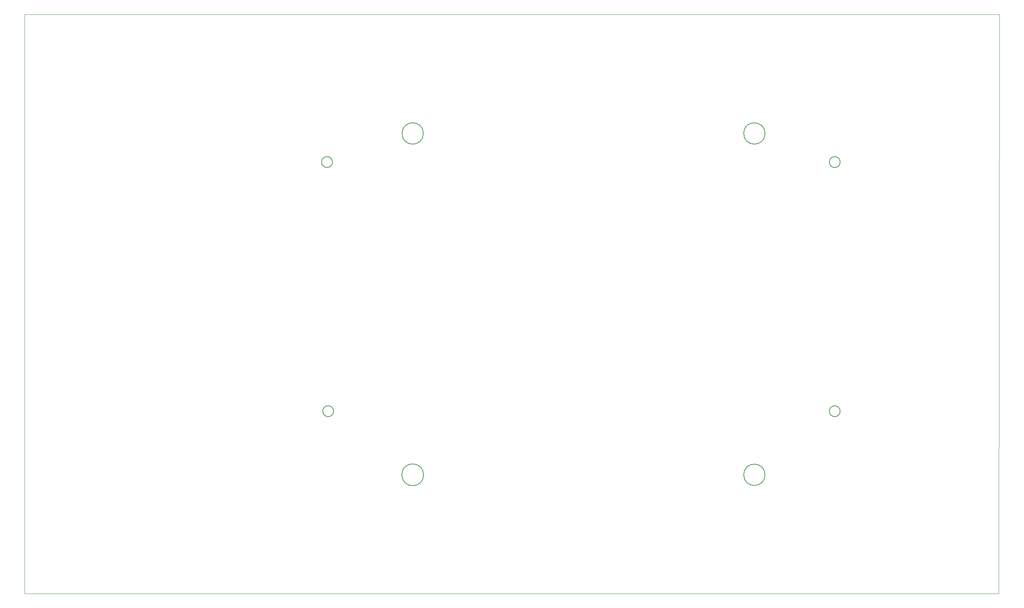
<source format=gbr>
%TF.GenerationSoftware,KiCad,Pcbnew,(5.1.6)-1*%
%TF.CreationDate,2021-11-11T13:14:54-05:00*%
%TF.ProjectId,ThermoPlate2_v1,54686572-6d6f-4506-9c61-7465325f7631,rev?*%
%TF.SameCoordinates,Original*%
%TF.FileFunction,Profile,NP*%
%FSLAX46Y46*%
G04 Gerber Fmt 4.6, Leading zero omitted, Abs format (unit mm)*
G04 Created by KiCad (PCBNEW (5.1.6)-1) date 2021-11-11 13:14:54*
%MOMM*%
%LPD*%
G01*
G04 APERTURE LIST*
%TA.AperFunction,Profile*%
%ADD10C,0.200000*%
%TD*%
%TA.AperFunction,Profile*%
%ADD11C,0.050000*%
%TD*%
G04 APERTURE END LIST*
D10*
X220300000Y-123300000D02*
G75*
G03*
X220300000Y-123300000I-1270000J0D01*
G01*
X220300000Y-64900000D02*
G75*
G03*
X220300000Y-64900000I-1270000J0D01*
G01*
X101670000Y-123300000D02*
G75*
G03*
X101670000Y-123300000I-1270000J0D01*
G01*
X101400000Y-64900000D02*
G75*
G03*
X101400000Y-64900000I-1270000J0D01*
G01*
X202700000Y-138200000D02*
G75*
G03*
X202700000Y-138200000I-2500000J0D01*
G01*
X122749510Y-138200000D02*
G75*
G03*
X122749510Y-138200000I-2549510J0D01*
G01*
X122700000Y-58200000D02*
G75*
G03*
X122700000Y-58200000I-2500000J0D01*
G01*
X202700000Y-58200000D02*
G75*
G03*
X202700000Y-58200000I-2500000J0D01*
G01*
D11*
X29300000Y-166000000D02*
X29300000Y-30300000D01*
X29300000Y-166000000D02*
X30500000Y-166000000D01*
X226000000Y-166000000D02*
X30500000Y-166000000D01*
X257400000Y-166000000D02*
X226000000Y-166000000D01*
X257600000Y-30300000D02*
X257400000Y-166000000D01*
X29300000Y-30300000D02*
X257600000Y-30300000D01*
M02*

</source>
